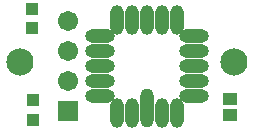
<source format=gts>
G04*
G04 #@! TF.GenerationSoftware,Altium Limited,Altium Designer,22.0.2 (36)*
G04*
G04 Layer_Color=8388736*
%FSLAX25Y25*%
%MOIN*%
G70*
G04*
G04 #@! TF.SameCoordinates,123502C9-EB5C-4286-84A1-43EA48080DB4*
G04*
G04*
G04 #@! TF.FilePolarity,Negative*
G04*
G01*
G75*
%ADD18O,0.04540X0.13005*%
%ADD19O,0.04540X0.09855*%
%ADD20O,0.09855X0.04540*%
%ADD21R,0.04698X0.03871*%
%ADD22R,0.04461X0.03910*%
%ADD23C,0.06706*%
%ADD24R,0.06706X0.06706*%
%ADD25C,0.09068*%
D18*
X245000Y381024D02*
D03*
D19*
X250000Y379449D02*
D03*
X255000D02*
D03*
X240000D02*
D03*
X235000D02*
D03*
Y410551D02*
D03*
X240000D02*
D03*
X245000D02*
D03*
X250000D02*
D03*
X255000D02*
D03*
D20*
X229449Y385000D02*
D03*
Y390000D02*
D03*
Y395000D02*
D03*
Y400000D02*
D03*
Y405000D02*
D03*
X260551D02*
D03*
Y400000D02*
D03*
Y395000D02*
D03*
Y390000D02*
D03*
Y385000D02*
D03*
D21*
X272500Y378744D02*
D03*
Y384256D02*
D03*
D22*
X207000Y383728D02*
D03*
Y377272D02*
D03*
X206500Y407772D02*
D03*
Y414228D02*
D03*
D23*
X218500Y410000D02*
D03*
Y400000D02*
D03*
Y390000D02*
D03*
D24*
Y380000D02*
D03*
D25*
X274000Y396500D02*
D03*
X202500D02*
D03*
M02*

</source>
